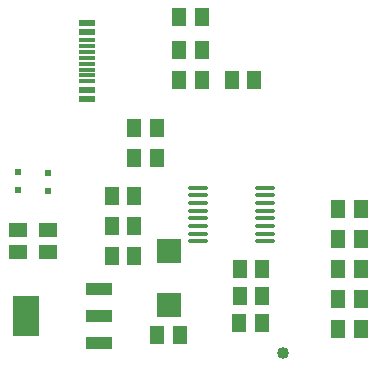
<source format=gtp>
G04*
G04 #@! TF.GenerationSoftware,Altium Limited,Altium Designer,22.0.2 (36)*
G04*
G04 Layer_Color=8421504*
%FSLAX25Y25*%
%MOIN*%
G70*
G04*
G04 #@! TF.SameCoordinates,C1BBFEDD-02B3-4BB0-B8EE-F48E88225D29*
G04*
G04*
G04 #@! TF.FilePolarity,Positive*
G04*
G01*
G75*
%ADD17R,0.05118X0.05906*%
%ADD18R,0.05709X0.02362*%
%ADD19R,0.05709X0.01181*%
%ADD20O,0.06817X0.01350*%
%ADD21C,0.04000*%
%ADD22R,0.02362X0.02362*%
%ADD23R,0.05906X0.05118*%
%ADD24R,0.08661X0.13780*%
%ADD25R,0.08661X0.04331*%
%ADD26R,0.07874X0.07874*%
D17*
X86240Y96000D02*
D03*
X78760D02*
D03*
X121740Y53000D02*
D03*
X114260D02*
D03*
X121740Y33000D02*
D03*
X114260D02*
D03*
X114310Y13000D02*
D03*
X121790D02*
D03*
X114310Y43000D02*
D03*
X121790D02*
D03*
X114260Y23000D02*
D03*
X121740D02*
D03*
X88740Y15000D02*
D03*
X81260D02*
D03*
X88950Y33000D02*
D03*
X81470D02*
D03*
X81520Y24000D02*
D03*
X89000D02*
D03*
X61260Y117000D02*
D03*
X68740D02*
D03*
Y96000D02*
D03*
X61260D02*
D03*
X61480Y11000D02*
D03*
X54000D02*
D03*
X53740Y80000D02*
D03*
X46260D02*
D03*
X53740Y70000D02*
D03*
X46260D02*
D03*
X38760Y37500D02*
D03*
X46240D02*
D03*
Y57500D02*
D03*
X38760D02*
D03*
X46240Y47500D02*
D03*
X38760D02*
D03*
X61260Y106000D02*
D03*
X68740D02*
D03*
D18*
X30530Y89823D02*
D03*
Y92855D02*
D03*
Y112146D02*
D03*
Y115197D02*
D03*
D19*
Y95610D02*
D03*
Y97579D02*
D03*
Y99547D02*
D03*
Y101516D02*
D03*
Y103485D02*
D03*
Y105453D02*
D03*
X30528Y107421D02*
D03*
X30530Y109390D02*
D03*
D20*
X67435Y60177D02*
D03*
Y57618D02*
D03*
Y55059D02*
D03*
Y52500D02*
D03*
Y49941D02*
D03*
Y47382D02*
D03*
Y44823D02*
D03*
Y42264D02*
D03*
X90000Y60177D02*
D03*
Y57618D02*
D03*
Y55059D02*
D03*
Y52500D02*
D03*
Y49941D02*
D03*
Y47382D02*
D03*
Y44823D02*
D03*
Y42264D02*
D03*
D21*
X96000Y5000D02*
D03*
D22*
X17500Y59094D02*
D03*
Y65000D02*
D03*
X7500Y59547D02*
D03*
Y65453D02*
D03*
D23*
Y38760D02*
D03*
Y46240D02*
D03*
X17500Y38760D02*
D03*
Y46240D02*
D03*
D24*
X10300Y17500D02*
D03*
D25*
X34700Y26555D02*
D03*
Y17500D02*
D03*
Y8445D02*
D03*
D26*
X58000Y21000D02*
D03*
Y39110D02*
D03*
M02*

</source>
